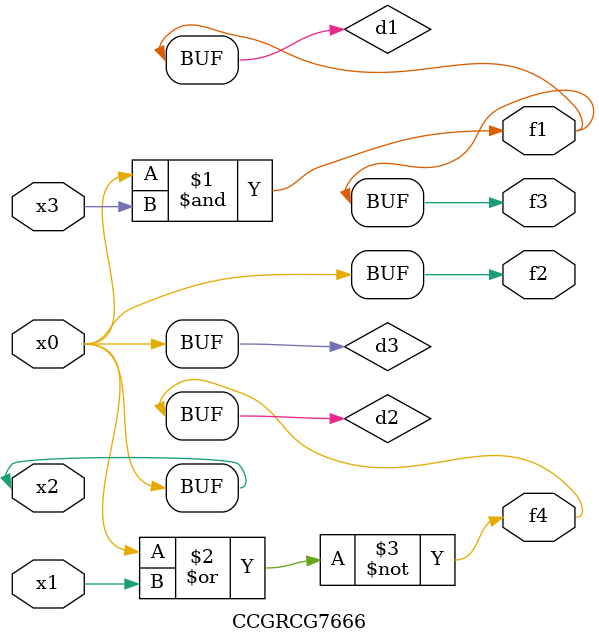
<source format=v>
module CCGRCG7666(
	input x0, x1, x2, x3,
	output f1, f2, f3, f4
);

	wire d1, d2, d3;

	and (d1, x2, x3);
	nor (d2, x0, x1);
	buf (d3, x0, x2);
	assign f1 = d1;
	assign f2 = d3;
	assign f3 = d1;
	assign f4 = d2;
endmodule

</source>
